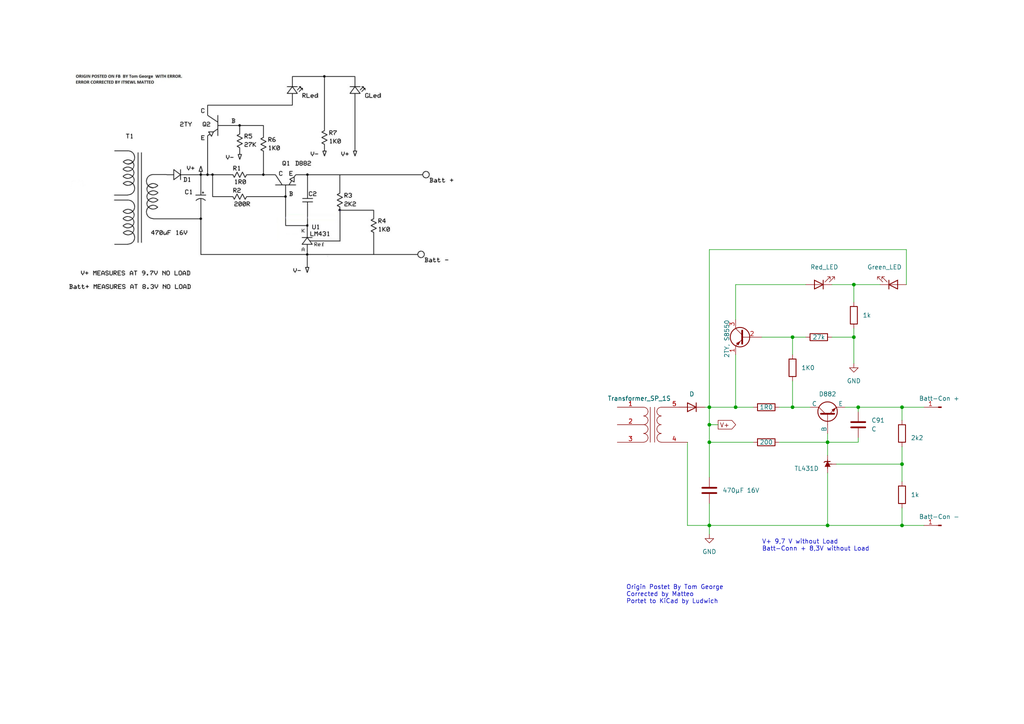
<source format=kicad_sch>
(kicad_sch (version 20230121) (generator eeschema)
  (paper "A4")
  (title_block (title "UV-K5 Charger") (rev "ludwich"))
  (lib_symbols
    (symbol "UV-K5:C" (pin_numbers hide) (pin_names (offset 0.254))
      (property "Reference" "C" (at 0.635 2.54 0))
      (property "Value" "C" (at 0.635 -2.54 0))
      (symbol "C_0_1"
        (polyline (pts (xy -2.032 -0.762) (xy 2.032 -0.762)) (stroke (width 0.508)))
        (polyline (pts (xy -2.032 0.762) (xy 2.032 0.762)) (stroke (width 0.508)))
      )
      (symbol "C_1_1"
        (pin passive line (at 0 3.81 270) (length 2.794) (name "~") (number "1"))
        (pin passive line (at 0 -3.81 90) (length 2.794) (name "~") (number "2"))
      )
    )
    (symbol "UV-K5:Conn_01x01_Pin" (pin_names (offset 1.016) hide)
      (property "Reference" "J" (at 0 2.54 0))
      (property "Value" "Conn_01x01_Pin" (at 0 -2.54 0))
      (symbol "Conn_01x01_Pin_1_1"
        (polyline (pts (xy 1.27 0) (xy 0.8636 0)) (stroke (width 0.1524)))
        (rectangle (start 0.8636 0.127) (end 0 -0.127) (stroke (width 0.1524)) (fill (type outline)))
        (pin passive line (at 5.08 0 180) (length 3.81) (name "Pin_1") (number "1"))
      )
    )
    (symbol "UV-K5:D" (pin_numbers hide) (pin_names (offset 1.016) hide)
      (property "Reference" "D" (at 0 2.54 0))
      (property "Value" "D" (at 0 -2.54 0))
      (symbol "D_0_1"
        (polyline (pts (xy -1.27 1.27) (xy -1.27 -1.27)) (stroke (width 0.254)))
        (polyline (pts (xy 1.27 0) (xy -1.27 0)))
        (polyline (pts (xy 1.27 1.27) (xy 1.27 -1.27) (xy -1.27 0) (xy 1.27 1.27)) (stroke (width 0.254)))
      )
      (symbol "D_1_1"
        (pin passive line (at -3.81 0 0) (length 2.54) (name "K") (number "1"))
        (pin passive line (at 3.81 0 180) (length 2.54) (name "A") (number "2"))
      )
    )
    (symbol "UV-K5:LED" (pin_numbers hide) (pin_names (offset 1.016) hide)
      (property "Reference" "D" (at 0 2.54 0))
      (property "Value" "LED" (at 0 -2.54 0))
      (symbol "LED_0_1"
        (polyline (pts (xy -1.27 -1.27) (xy -1.27 1.27)) (stroke (width 0.254)))
        (polyline (pts (xy -1.27 0) (xy 1.27 0)))
        (polyline (pts (xy 1.27 -1.27) (xy 1.27 1.27) (xy -1.27 0) (xy 1.27 -1.27)) (stroke (width 0.254)))
        (polyline (pts (xy -3.048 -0.762) (xy -4.572 -2.286) (xy -3.81 -2.286) (xy -4.572 -2.286) (xy -4.572 -1.524)))
        (polyline (pts (xy -1.778 -0.762) (xy -3.302 -2.286) (xy -2.54 -2.286) (xy -3.302 -2.286) (xy -3.302 -1.524)))
      )
      (symbol "LED_1_1"
        (pin passive line (at -3.81 0 0) (length 2.54) (name "K") (number "1"))
        (pin passive line (at 3.81 0 180) (length 2.54) (name "A") (number "2"))
      )
    )
    (symbol "UV-K5:NPN" (pin_numbers hide) (pin_names (offset 0))
      (property "Reference" "Q" (at -2.54 7.62 0))
      (property "Value" "NPN" (at -2.54 5.08 0))
      (symbol "NPN_0_1"
        (polyline (pts (xy -2.54 0) (xy 0.635 0)) (stroke (width 0.1524)))
        (polyline (pts (xy 0.635 0.635) (xy 2.54 2.54)))
        (polyline (pts (xy 2.794 -1.27) (xy 2.794 -1.27)) (stroke (width 0.1524)))
        (polyline (pts (xy 2.794 -1.27) (xy 2.794 -1.27)) (stroke (width 0.1524)))
        (polyline (pts (xy 0.635 -0.635) (xy 2.54 -2.54) (xy 2.54 -2.54)))
        (polyline (pts (xy 0.635 1.905) (xy 0.635 -1.905) (xy 0.635 -1.905)) (stroke (width 0.508)))
        (polyline (pts (xy 1.27 -1.778) (xy 1.778 -1.27) (xy 2.286 -2.286) (xy 1.27 -1.778) (xy 1.27 -1.778)) (fill (type outline)))
        (circle (center 1.27 0) (radius 2.8194) (stroke (width 0.254)))
      )
      (symbol "NPN_1_1"
        (pin open_collector line (at 2.54 5.08 270) (length 2.54) (name "C") (number "1"))
        (pin input line (at -5.08 0 0) (length 2.54) (name "B") (number "2"))
        (pin open_emitter line (at 2.54 -5.08 90) (length 2.54) (name "E") (number "3"))
      )
    )
    (symbol "UV-K5:Q_PNP_EBC" (pin_names (offset 0) hide)
      (property "Reference" "Q" (at 5.08 1.27 0))
      (property "Value" "Q_PNP_EBC" (at 5.08 -1.27 0))
      (symbol "Q_PNP_EBC_0_1"
        (polyline (pts (xy 0.635 0.635) (xy 2.54 2.54)))
        (polyline (pts (xy 0.635 -0.635) (xy 2.54 -2.54) (xy 2.54 -2.54)))
        (polyline (pts (xy 0.635 1.905) (xy 0.635 -1.905) (xy 0.635 -1.905)) (stroke (width 0.508)))
        (polyline (pts (xy 2.286 -1.778) (xy 1.778 -2.286) (xy 1.27 -1.27) (xy 2.286 -1.778) (xy 2.286 -1.778)) (fill (type outline)))
        (circle (center 1.27 0) (radius 2.8194) (stroke (width 0.254)))
      )
      (symbol "Q_PNP_EBC_1_1"
        (pin passive line (at 2.54 -5.08 90) (length 2.54) (name "E") (number "1"))
        (pin input line (at -5.08 0 0) (length 5.715) (name "B") (number "2"))
        (pin passive line (at 2.54 5.08 270) (length 2.54) (name "C") (number "3"))
      )
    )
    (symbol "UV-K5:R" (pin_numbers hide) (pin_names (offset 0))
      (property "Reference" "R" (at 2.032 0 90))
      (property "Value" "R" (at 0 0 90))
      (symbol "R_0_1"
        (rectangle (start -1.016 -2.54) (end 1.016 2.54) (stroke (width 0.254)))
      )
      (symbol "R_1_1"
        (pin passive line (at 0 3.81 270) (length 1.27) (name "~") (number "1"))
        (pin passive line (at 0 -3.81 90) (length 1.27) (name "~") (number "2"))
      )
    )
    (symbol "UV-K5:TL431D" (pin_numbers hide) (pin_names hide)
      (property "Reference" "U" (at 0 -2.54 0))
      (property "Value" "TL431D" (at 0 -4.445 0))
      (symbol "TL431D_0_1"
        (polyline (pts (xy -1.27 0) (xy 0 0) (xy 1.27 0)))
        (polyline (pts (xy -0.762 0.762) (xy 0.762 0) (xy -0.762 -0.762)) (fill (type outline)))
        (polyline (pts (xy 0.508 -1.016) (xy 0.762 -0.762) (xy 0.762 0.762) (xy 0.762 0.762)) (stroke (width 0.254)))
      )
      (symbol "TL431D_1_1"
        (polyline (pts (xy 0 1.27) (xy 0 0)))
        (pin passive line (at 2.54 0 180) (length 2.54) (name "K") (number "1"))
        (pin passive line (at -2.54 0 0) (length 2.54) (name "A") (number "2"))
        (pin passive line (at -2.54 0 0) (length 2.54) hide (name "A") (number "3"))
        (pin passive line (at -2.54 0 0) (length 2.54) hide (name "A") (number "6"))
        (pin passive line (at -2.54 0 0) (length 2.54) hide (name "A") (number "7"))
        (pin passive line (at 0 2.54 270) (length 2.54) (name "REF") (number "8"))
      )
    )
    (symbol "UV-K5:Transformer_SP_1S" (pin_names (offset 1.016) hide)
      (property "Reference" "T" (at 0 6.35 0))
      (property "Value" "Transformer_SP_1S" (at 0 -7.62 0))
      (symbol "Transformer_SP_1S_0_1"
        (arc (start -2.54 -5.0546) (mid -1.6599 -4.6901) (end -1.27 -3.81))
        (arc (start -2.54 -2.5146) (mid -1.6599 -2.1501) (end -1.27 -1.27))
        (arc (start -2.54 0.0254) (mid -1.6599 0.3899) (end -1.27 1.27))
        (arc (start -2.54 2.5654) (mid -1.6599 2.9299) (end -1.27 3.81))
        (arc (start -1.27 -3.81) (mid -1.642 -2.912) (end -2.54 -2.54))
        (arc (start -1.27 -1.27) (mid -1.642 -0.372) (end -2.54 0))
        (arc (start -1.27 1.27) (mid -1.642 2.168) (end -2.54 2.54))
        (arc (start -1.27 3.81) (mid -1.642 4.708) (end -2.54 5.08))
        (polyline (pts (xy -0.635 5.08) (xy -0.635 -5.08)))
        (polyline (pts (xy 0.635 -5.08) (xy 0.635 5.08)))
        (arc (start 1.2954 -1.27) (mid 1.6599 -2.1501) (end 2.54 -2.5146))
        (arc (start 1.2954 1.27) (mid 1.6599 0.3899) (end 2.54 0.0254))
        (arc (start 1.2954 3.81) (mid 1.6599 2.9299) (end 2.54 2.5654))
        (arc (start 1.3208 -3.81) (mid 1.6853 -4.6901) (end 2.5654 -5.0546))
        (arc (start 2.54 0) (mid 1.642 -0.372) (end 1.2954 -1.27))
        (arc (start 2.54 2.54) (mid 1.642 2.168) (end 1.2954 1.27))
        (arc (start 2.54 5.08) (mid 1.642 4.708) (end 1.2954 3.81))
        (arc (start 2.5654 -2.54) (mid 1.6674 -2.912) (end 1.3208 -3.81))
      )
      (symbol "Transformer_SP_1S_1_1"
        (pin passive line (at -10.16 5.08 0) (length 7.62) (name "PR1") (number "1"))
        (pin passive line (at -10.16 0 0) (length 7.62) (name "PM") (number "2"))
        (pin passive line (at -10.16 -5.08 0) (length 7.62) (name "PR2") (number "3"))
        (pin passive line (at 10.16 -5.08 180) (length 7.62) (name "S1") (number "4"))
        (pin passive line (at 10.16 5.08 180) (length 7.62) (name "S2") (number "5"))
      )
    )
    (symbol "power:GND" (power) (pin_names (offset 0))
      (property "Value" "GND" (at 0 -3.81 0))
      (symbol "GND_0_1"
        (polyline (pts (xy 0 0) (xy 0 -1.27) (xy 1.27 -1.27) (xy 0 -2.54) (xy -1.27 -1.27) (xy 0 -1.27)))
      )
      (symbol "GND_1_1"
        (pin power_in line (at 0 0 270) (length 0) hide (name "GND") (number "1"))
      )
    )
  )
  (junction (at 229.87 118.11))
  (junction (at 261.62 152.4))
  (junction (at 213.36 118.11))
  (junction (at 247.65 82.55))
  (junction (at 240.03 128.27))
  (junction (at 247.65 97.79))
  (junction (at 205.74 152.4))
  (junction (at 205.74 123.19))
  (junction (at 229.87 97.79))
  (junction (at 240.03 152.4))
  (junction (at 248.92 118.11))
  (junction (at 205.74 128.27))
  (junction (at 261.62 118.11))
  (junction (at 261.62 134.62))
  (junction (at 205.74 118.11))
  (wire (pts (xy 213.36 82.55) (xy 233.68 82.55)))
  (wire (pts (xy 247.65 95.25) (xy 247.65 97.79)))
  (wire (pts (xy 213.36 118.11) (xy 218.44 118.11)))
  (wire (pts (xy 240.03 128.27) (xy 240.03 132.08)))
  (wire (pts (xy 248.92 118.11) (xy 261.62 118.11)))
  (wire (pts (xy 262.89 72.39) (xy 205.74 72.39)))
  (wire (pts (xy 241.3 82.55) (xy 247.65 82.55)))
  (wire (pts (xy 199.39 152.4) (xy 205.74 152.4)))
  (wire (pts (xy 261.62 118.11) (xy 267.97 118.11)))
  (wire (pts (xy 261.62 118.11) (xy 261.62 121.92)))
  (wire (pts (xy 248.92 128.27) (xy 248.92 127)))
  (wire (pts (xy 220.98 97.79) (xy 229.87 97.79)))
  (wire (pts (xy 205.74 123.19) (xy 205.74 128.27)))
  (wire (pts (xy 240.03 152.4) (xy 261.62 152.4)))
  (wire (pts (xy 205.74 152.4) (xy 240.03 152.4)))
  (wire (pts (xy 262.89 82.55) (xy 262.89 72.39)))
  (wire (pts (xy 240.03 137.16) (xy 240.03 152.4)))
  (wire (pts (xy 205.74 118.11) (xy 213.36 118.11)))
  (wire (pts (xy 226.06 128.27) (xy 240.03 128.27)))
  (wire (pts (xy 229.87 97.79) (xy 229.87 102.87)))
  (wire (pts (xy 199.39 128.27) (xy 199.39 152.4)))
  (wire (pts (xy 248.92 119.38) (xy 248.92 118.11)))
  (wire (pts (xy 205.74 128.27) (xy 218.44 128.27)))
  (wire (pts (xy 247.65 82.55) (xy 255.27 82.55)))
  (wire (pts (xy 205.74 128.27) (xy 205.74 138.43)))
  (wire (pts (xy 226.06 118.11) (xy 229.87 118.11)))
  (wire (pts (xy 241.3 97.79) (xy 247.65 97.79)))
  (wire (pts (xy 261.62 152.4) (xy 267.97 152.4)))
  (wire (pts (xy 213.36 82.55) (xy 213.36 92.71)))
  (wire (pts (xy 205.74 118.11) (xy 205.74 123.19)))
  (wire (pts (xy 247.65 82.55) (xy 247.65 87.63)))
  (wire (pts (xy 205.74 146.05) (xy 205.74 152.4)))
  (wire (pts (xy 261.62 129.54) (xy 261.62 134.62)))
  (wire (pts (xy 204.47 118.11) (xy 205.74 118.11)))
  (wire (pts (xy 261.62 147.32) (xy 261.62 152.4)))
  (wire (pts (xy 229.87 110.49) (xy 229.87 118.11)))
  (wire (pts (xy 229.87 118.11) (xy 234.95 118.11)))
  (wire (pts (xy 213.36 102.87) (xy 213.36 118.11)))
  (wire (pts (xy 240.03 125.73) (xy 240.03 128.27)))
  (wire (pts (xy 229.87 97.79) (xy 233.68 97.79)))
  (wire (pts (xy 205.74 72.39) (xy 205.74 118.11)))
  (wire (pts (xy 205.74 123.19) (xy 208.28 123.19)))
  (wire (pts (xy 261.62 134.62) (xy 261.62 139.7)))
  (wire (pts (xy 240.03 128.27) (xy 248.92 128.27)))
  (wire (pts (xy 205.74 152.4) (xy 205.74 154.94)))
  (wire (pts (xy 247.65 97.79) (xy 247.65 105.41)))
  (wire (pts (xy 242.57 134.62) (xy 261.62 134.62)))
  (wire (pts (xy 245.11 118.11) (xy 248.92 118.11)))
  (image (at 78.74 53.34) (scale 1.12105))
  (text "V+ 9,7 V without Load\nBatt-Conn + 8,3V without Load" (at 220.98 160.02 0) (effects (font (size 1.27 1.27)) (justify left bottom)))
  (text "Origin Postet By Tom George\nCorrected by Matteo\nPortet to KiCad by Ludwich" (at 181.61 175.26 0) (effects (font (size 1.27 1.27)) (justify left bottom)))
  (global_label "V+" (shape output) (at 208.28 123.19 0) (property "Intersheetrefs" "${INTERSHEET_REFS}" (at 213.8468 123.19 0) (effects (justify left))))
  (symbol (lib_id "UV-K5:NPN") (at 240.03 120.65 90) (unit 1)
    (property "Reference" "Q31" (effects hide))
    (property "Value" "D882" (at 240.03 114.3 90))
    (property "Sim.Device" "NPN" (effects hide))
    (property "Sim.Type" "GUMMELPOON" (effects hide))
    (property "Sim.Pins" "1=C 2=B 3=E" (effects hide))
  )
  (symbol (lib_id "UV-K5:R") (at 247.65 91.44 0) (unit 1)
    (property "Reference" "R52" (effects hide))
    (property "Value" "1k" (at 250.19 91.44 0) (effects (justify left)))
  )
  (symbol (lib_id "UV-K5:R") (at 222.25 128.27 90) (unit 1)
    (property "Reference" "R57" (effects hide))
    (property "Value" "200" (at 222.25 128.27 90))
  )
  (symbol (lib_id "UV-K5:R") (at 222.25 118.11 90) (unit 1)
    (property "Reference" "R55" (effects hide))
    (property "Value" "1R0" (at 222.25 118.11 90))
  )
  (symbol (lib_id "power:GND") (at 247.65 105.41 0) (unit 1)
    (property "Reference" "#PWR080" (effects hide))
    (property "Value" "GND" (at 247.65 110.49 0))
  )
  (symbol (lib_id "UV-K5:R") (at 237.49 97.79 90) (unit 1)
    (property "Reference" "R53" (effects hide))
    (property "Value" "27k" (at 237.49 97.79 90))
  )
  (symbol (lib_id "UV-K5:R") (at 229.87 106.68 0) (unit 1)
    (property "Reference" "r54" (effects hide))
    (property "Value" "1K0" (at 232.41 106.68 0) (effects (justify left)))
  )
  (symbol (lib_id "UV-K5:LED") (at 259.08 82.55 0) (mirror x) (unit 1)
    (property "Reference" "D42" (effects hide))
    (property "Value" "Green_LED" (at 256.54 77.47 0))
  )
  (symbol (lib_id "UV-K5:TL431D") (at 240.03 134.62 270) (mirror x) (unit 1)
    (property "Reference" "U23" (effects hide))
    (property "Value" "TL431D" (at 237.49 135.89 90) (effects (justify right)))
    (property "Footprint" "Package_SO:SOIC-8_3.9x4.9mm_P1.27mm" (effects hide))
    (property "Datasheet" "http://www.ti.com/lit/ds/symlink/tl431.pdf" (effects hide))
  )
  (symbol (lib_id "UV-K5:Conn_01x01_Pin") (at 273.05 152.4 180) (unit 1)
    (property "Reference" "J28" (effects hide))
    (property "Value" "Batt-Con -" (at 272.415 149.86 0))
  )
  (symbol (lib_id "UV-K5:Q_PNP_EBC") (at 215.9 97.79 0) (mirror y) (unit 1)
    (property "Reference" "Q30" (effects hide))
    (property "Value" "2TY, S8550" (at 210.82 92.71 90) (effects (justify right)))
  )
  (symbol (lib_id "power:GND") (at 205.74 154.94 0) (unit 1)
    (property "Reference" "#PWR081" (effects hide))
    (property "Value" "GND" (at 205.74 160.02 0))
  )
  (symbol (lib_id "UV-K5:R") (at 261.62 143.51 0) (unit 1)
    (property "Reference" "R58" (effects hide))
    (property "Value" "1k" (at 264.16 143.51 0) (effects (justify left)))
  )
  (symbol (lib_id "UV-K5:Transformer_SP_1S") (at 189.23 123.19 0) (unit 1)
    (property "Reference" "T21" (effects hide))
    (property "Value" "Transformer_SP_1S" (at 185.42 115.57 0))
  )
  (symbol (lib_id "UV-K5:C") (at 205.74 142.24 0) (unit 1)
    (property "Reference" "C92" (effects hide))
    (property "Value" "470µF 16V" (at 209.55 142.24 0) (effects (justify left)))
  )
  (symbol (lib_id "UV-K5:LED") (at 237.49 82.55 180) (unit 1)
    (property "Reference" "D41" (effects hide))
    (property "Value" "Red_LED" (at 239.0775 77.47 0))
  )
  (symbol (lib_id "UV-K5:C") (at 248.92 123.19 0) (unit 1)
    (property "Reference" "C91" (at 252.73 121.92 0) (effects (justify left)))
    (property "Value" "C" (at 252.73 124.46 0) (effects (justify left)))
  )
  (symbol (lib_id "UV-K5:Conn_01x01_Pin") (at 273.05 118.11 180) (unit 1)
    (property "Reference" "J27" (effects hide))
    (property "Value" "Batt-Con +" (at 272.415 115.57 0))
  )
  (symbol (lib_id "UV-K5:R") (at 261.62 125.73 0) (unit 1)
    (property "Reference" "R56" (effects hide))
    (property "Value" "2k2" (at 264.16 127 0) (effects (justify left)))
  )
  (symbol (lib_id "UV-K5:D") (at 200.66 118.11 180) (unit 1)
    (property "Reference" "D43" (effects hide))
    (property "Value" "D" (at 200.66 114.3 0))
    (property "Sim.Device" "D" (effects hide))
    (property "Sim.Pins" "1=K 2=A" (effects hide))
  )
)
</source>
